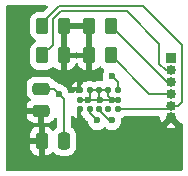
<source format=gbr>
%TF.GenerationSoftware,KiCad,Pcbnew,9.0.4*%
%TF.CreationDate,2025-11-12T18:25:33-05:00*%
%TF.ProjectId,hermes,6865726d-6573-42e6-9b69-6361645f7063,rev?*%
%TF.SameCoordinates,Original*%
%TF.FileFunction,Copper,L1,Top*%
%TF.FilePolarity,Positive*%
%FSLAX46Y46*%
G04 Gerber Fmt 4.6, Leading zero omitted, Abs format (unit mm)*
G04 Created by KiCad (PCBNEW 9.0.4) date 2025-11-12 18:25:33*
%MOMM*%
%LPD*%
G01*
G04 APERTURE LIST*
G04 Aperture macros list*
%AMRoundRect*
0 Rectangle with rounded corners*
0 $1 Rounding radius*
0 $2 $3 $4 $5 $6 $7 $8 $9 X,Y pos of 4 corners*
0 Add a 4 corners polygon primitive as box body*
4,1,4,$2,$3,$4,$5,$6,$7,$8,$9,$2,$3,0*
0 Add four circle primitives for the rounded corners*
1,1,$1+$1,$2,$3*
1,1,$1+$1,$4,$5*
1,1,$1+$1,$6,$7*
1,1,$1+$1,$8,$9*
0 Add four rect primitives between the rounded corners*
20,1,$1+$1,$2,$3,$4,$5,0*
20,1,$1+$1,$4,$5,$6,$7,0*
20,1,$1+$1,$6,$7,$8,$9,0*
20,1,$1+$1,$8,$9,$2,$3,0*%
G04 Aperture macros list end*
%TA.AperFunction,SMDPad,CuDef*%
%ADD10RoundRect,0.250000X0.262500X0.450000X-0.262500X0.450000X-0.262500X-0.450000X0.262500X-0.450000X0*%
%TD*%
%TA.AperFunction,SMDPad,CuDef*%
%ADD11RoundRect,0.250000X-0.262500X-0.450000X0.262500X-0.450000X0.262500X0.450000X-0.262500X0.450000X0*%
%TD*%
%TA.AperFunction,ComponentPad*%
%ADD12R,0.850000X0.850000*%
%TD*%
%TA.AperFunction,ComponentPad*%
%ADD13C,0.850000*%
%TD*%
%TA.AperFunction,SMDPad,CuDef*%
%ADD14RoundRect,0.250000X0.475000X-0.250000X0.475000X0.250000X-0.475000X0.250000X-0.475000X-0.250000X0*%
%TD*%
%TA.AperFunction,SMDPad,CuDef*%
%ADD15RoundRect,0.250000X-0.250000X-0.475000X0.250000X-0.475000X0.250000X0.475000X-0.250000X0.475000X0*%
%TD*%
%TA.AperFunction,SMDPad,CuDef*%
%ADD16RoundRect,0.062500X-0.127500X-0.062500X0.127500X-0.062500X0.127500X0.062500X-0.127500X0.062500X0*%
%TD*%
%TA.AperFunction,SMDPad,CuDef*%
%ADD17RoundRect,0.125000X-0.125000X-0.125000X0.125000X-0.125000X0.125000X0.125000X-0.125000X0.125000X0*%
%TD*%
%TA.AperFunction,ViaPad*%
%ADD18C,0.600000*%
%TD*%
%TA.AperFunction,Conductor*%
%ADD19C,0.200000*%
%TD*%
G04 APERTURE END LIST*
D10*
%TO.P,R8,1*%
%TO.N,+3V3*%
X167912500Y-107250000D03*
%TO.P,R8,2*%
%TO.N,TOF_INT*%
X166087500Y-107250000D03*
%TD*%
%TO.P,R7,1*%
%TO.N,+3V3*%
X167912500Y-109750000D03*
%TO.P,R7,2*%
%TO.N,XSHUT*%
X166087500Y-109750000D03*
%TD*%
D11*
%TO.P,R4,1*%
%TO.N,+3V3*%
X170087500Y-107250000D03*
%TO.P,R4,2*%
%TO.N,SCL*%
X171912500Y-107250000D03*
%TD*%
%TO.P,R3,1*%
%TO.N,+3V3*%
X170087500Y-109750000D03*
%TO.P,R3,2*%
%TO.N,SDA*%
X171912500Y-109750000D03*
%TD*%
D12*
%TO.P,J2,1,Pin_1*%
%TO.N,GND*%
X177000000Y-110000000D03*
D13*
%TO.P,J2,2,Pin_2*%
%TO.N,XSHUT*%
X177000000Y-111000000D03*
%TO.P,J2,3,Pin_3*%
%TO.N,SCL*%
X177000000Y-112000000D03*
%TO.P,J2,4,Pin_4*%
%TO.N,SDA*%
X177000000Y-113000000D03*
%TO.P,J2,5,Pin_5*%
%TO.N,TOF_INT*%
X177000000Y-114000000D03*
%TO.P,J2,6,Pin_6*%
%TO.N,+3V3*%
X177000000Y-115000000D03*
%TD*%
D14*
%TO.P,C4,1*%
%TO.N,+3V3*%
X166000000Y-114450000D03*
%TO.P,C4,2*%
%TO.N,GND*%
X166000000Y-112550000D03*
%TD*%
D15*
%TO.P,C3,1*%
%TO.N,+3V3*%
X166050000Y-117000000D03*
%TO.P,C3,2*%
%TO.N,GND*%
X167950000Y-117000000D03*
%TD*%
D16*
%TO.P,U3,1,AVDDVCSEL*%
%TO.N,+3V3*%
X169160000Y-112825000D03*
D17*
X169300000Y-112700000D03*
%TO.P,U3,2,AVSSVCSEL*%
%TO.N,GND*%
X170100000Y-112700000D03*
%TO.P,U3,3,GND*%
X170900000Y-112700000D03*
%TO.P,U3,4,GND*%
X171700000Y-112700000D03*
%TO.P,U3,5,XSHUT*%
%TO.N,XSHUT*%
X172500000Y-112700000D03*
%TO.P,U3,6,GND*%
%TO.N,GND*%
X172500000Y-113500000D03*
%TO.P,U3,7,GPIO1*%
%TO.N,TOF_INT*%
X172500000Y-114300000D03*
%TO.P,U3,8,DNC*%
%TO.N,unconnected-(U3-DNC-Pad8)*%
X171700000Y-114300000D03*
%TO.P,U3,9,SDA*%
%TO.N,SDA*%
X170900000Y-114300000D03*
%TO.P,U3,10,SCL*%
%TO.N,SCL*%
X170100000Y-114300000D03*
%TO.P,U3,11,AVDD*%
%TO.N,+3V3*%
X169300000Y-114300000D03*
%TO.P,U3,12,GND*%
%TO.N,GND*%
X169300000Y-113500000D03*
%TD*%
D18*
%TO.N,SCL*%
X170750000Y-115250000D03*
%TO.N,SDA*%
X172000000Y-115250000D03*
%TO.N,XSHUT*%
X172000000Y-111500000D03*
%TO.N,GND*%
X167500000Y-113000000D03*
X172000000Y-113500000D03*
X171000000Y-113500000D03*
X170000000Y-113500000D03*
%TD*%
D19*
%TO.N,SCL*%
X170100000Y-114300000D02*
X170100000Y-114600000D01*
X170100000Y-114600000D02*
X170750000Y-115250000D01*
%TO.N,SDA*%
X170900000Y-114300000D02*
X170900000Y-114400000D01*
X170900000Y-114400000D02*
X171750000Y-115250000D01*
X171750000Y-115250000D02*
X172000000Y-115250000D01*
%TO.N,XSHUT*%
X172500000Y-112000000D02*
X172000000Y-111500000D01*
X172500000Y-112700000D02*
X172500000Y-112000000D01*
%TO.N,SDA*%
X177000000Y-113000000D02*
X175162500Y-113000000D01*
X175162500Y-113000000D02*
X171912500Y-109750000D01*
%TO.N,SCL*%
X171912500Y-107250000D02*
X176662500Y-112000000D01*
X176662500Y-112000000D02*
X177000000Y-112000000D01*
%TO.N,XSHUT*%
X166087500Y-109750000D02*
X167000000Y-108837500D01*
X176000000Y-108754000D02*
X176000000Y-110452000D01*
X173248000Y-106002000D02*
X176000000Y-108754000D01*
X167000000Y-108837500D02*
X167000000Y-106654600D01*
X167000000Y-106654600D02*
X167652600Y-106002000D01*
X167652600Y-106002000D02*
X173248000Y-106002000D01*
X176000000Y-110452000D02*
X176548000Y-111000000D01*
X176548000Y-111000000D02*
X177000000Y-111000000D01*
%TO.N,TOF_INT*%
X166087500Y-107250000D02*
X166087500Y-107000000D01*
X166087500Y-107000000D02*
X167486500Y-105601000D01*
X177899000Y-108899000D02*
X177899000Y-113702040D01*
X177899000Y-113702040D02*
X177601040Y-114000000D01*
X167486500Y-105601000D02*
X174601000Y-105601000D01*
X174601000Y-105601000D02*
X177899000Y-108899000D01*
X177601040Y-114000000D02*
X177000000Y-114000000D01*
%TO.N,GND*%
X167950000Y-117000000D02*
X167950000Y-113450000D01*
X167950000Y-113450000D02*
X167500000Y-113000000D01*
X167050000Y-112550000D02*
X167500000Y-113000000D01*
X166000000Y-112550000D02*
X167050000Y-112550000D01*
X171700000Y-112700000D02*
X170100000Y-112700000D01*
X171700000Y-112700000D02*
X171700000Y-113200000D01*
X171700000Y-113200000D02*
X172000000Y-113500000D01*
X170900000Y-112700000D02*
X170900000Y-113400000D01*
X170900000Y-113400000D02*
X171000000Y-113500000D01*
X170100000Y-112700000D02*
X170100000Y-113400000D01*
X170100000Y-113400000D02*
X170000000Y-113500000D01*
X169300000Y-113500000D02*
X172500000Y-113500000D01*
%TO.N,+3V3*%
X167912500Y-109500000D02*
X168232500Y-109500000D01*
X166050000Y-114500000D02*
X166000000Y-114450000D01*
%TO.N,TOF_INT*%
X176700000Y-114300000D02*
X172500000Y-114300000D01*
X177000000Y-114000000D02*
X176700000Y-114300000D01*
%TD*%
%TA.AperFunction,Conductor*%
%TO.N,+3V3*%
G36*
X166505441Y-105520185D02*
G01*
X166551196Y-105572989D01*
X166561140Y-105642147D01*
X166532115Y-105705703D01*
X166526083Y-105712181D01*
X166225082Y-106013181D01*
X166163759Y-106046666D01*
X166137401Y-106049500D01*
X165774998Y-106049500D01*
X165774980Y-106049501D01*
X165672203Y-106060000D01*
X165672200Y-106060001D01*
X165505668Y-106115185D01*
X165505663Y-106115187D01*
X165356342Y-106207289D01*
X165232289Y-106331342D01*
X165140187Y-106480663D01*
X165140186Y-106480666D01*
X165085001Y-106647203D01*
X165085001Y-106647204D01*
X165085000Y-106647204D01*
X165074500Y-106749983D01*
X165074500Y-107750001D01*
X165074501Y-107750019D01*
X165085000Y-107852796D01*
X165085001Y-107852799D01*
X165125045Y-107973641D01*
X165140186Y-108019334D01*
X165232288Y-108168656D01*
X165356344Y-108292712D01*
X165505666Y-108384814D01*
X165505667Y-108384814D01*
X165505670Y-108384816D01*
X165511677Y-108387617D01*
X165564117Y-108433788D01*
X165583271Y-108500981D01*
X165563057Y-108567862D01*
X165511677Y-108612383D01*
X165505670Y-108615183D01*
X165356342Y-108707289D01*
X165232289Y-108831342D01*
X165140187Y-108980663D01*
X165140185Y-108980668D01*
X165117179Y-109050095D01*
X165085001Y-109147203D01*
X165085001Y-109147204D01*
X165085000Y-109147204D01*
X165074500Y-109249983D01*
X165074500Y-110250001D01*
X165074501Y-110250019D01*
X165085000Y-110352796D01*
X165085001Y-110352799D01*
X165117179Y-110449903D01*
X165140186Y-110519334D01*
X165232288Y-110668656D01*
X165356344Y-110792712D01*
X165505666Y-110884814D01*
X165672203Y-110939999D01*
X165774991Y-110950500D01*
X166400008Y-110950499D01*
X166400016Y-110950498D01*
X166400019Y-110950498D01*
X166456302Y-110944748D01*
X166502797Y-110939999D01*
X166669334Y-110884814D01*
X166818656Y-110792712D01*
X166912675Y-110698692D01*
X166973994Y-110665210D01*
X167043686Y-110670194D01*
X167088034Y-110698695D01*
X167181654Y-110792315D01*
X167330875Y-110884356D01*
X167330880Y-110884358D01*
X167497302Y-110939505D01*
X167497309Y-110939506D01*
X167600019Y-110949999D01*
X168162500Y-110949999D01*
X168224972Y-110949999D01*
X168224986Y-110949998D01*
X168327697Y-110939505D01*
X168494119Y-110884358D01*
X168494124Y-110884356D01*
X168643345Y-110792315D01*
X168767315Y-110668345D01*
X168859356Y-110519124D01*
X168859360Y-110519115D01*
X168882293Y-110449906D01*
X168922064Y-110392460D01*
X168986580Y-110365636D01*
X169055356Y-110377950D01*
X169106556Y-110425492D01*
X169117705Y-110449903D01*
X169140642Y-110519121D01*
X169140643Y-110519124D01*
X169232684Y-110668345D01*
X169356654Y-110792315D01*
X169505875Y-110884356D01*
X169505880Y-110884358D01*
X169672302Y-110939505D01*
X169672309Y-110939506D01*
X169775019Y-110949999D01*
X169837499Y-110949998D01*
X169837500Y-110949998D01*
X169837500Y-110000000D01*
X169064459Y-110000000D01*
X169026356Y-110020805D01*
X168956664Y-110015819D01*
X168932050Y-110000000D01*
X168162500Y-110000000D01*
X168162500Y-110949999D01*
X167600019Y-110949999D01*
X167662499Y-110949998D01*
X167662500Y-110949998D01*
X167662500Y-109500000D01*
X168162500Y-109500000D01*
X168935540Y-109500000D01*
X168973638Y-109479195D01*
X169043330Y-109484178D01*
X169067950Y-109500000D01*
X169837500Y-109500000D01*
X169837500Y-107500000D01*
X169064459Y-107500000D01*
X169026356Y-107520805D01*
X168956664Y-107515819D01*
X168932050Y-107500000D01*
X168162500Y-107500000D01*
X168162500Y-109500000D01*
X167662500Y-109500000D01*
X167662500Y-107374000D01*
X167682185Y-107306961D01*
X167734989Y-107261206D01*
X167786500Y-107250000D01*
X167912500Y-107250000D01*
X167912500Y-107124000D01*
X167932185Y-107056961D01*
X167984989Y-107011206D01*
X168036500Y-107000000D01*
X168935540Y-107000000D01*
X168973638Y-106979195D01*
X169043330Y-106984178D01*
X169067950Y-107000000D01*
X169963500Y-107000000D01*
X170030539Y-107019685D01*
X170076294Y-107072489D01*
X170087500Y-107124000D01*
X170087500Y-107250000D01*
X170213500Y-107250000D01*
X170280539Y-107269685D01*
X170326294Y-107322489D01*
X170337500Y-107374000D01*
X170337500Y-110949999D01*
X170399972Y-110949999D01*
X170399986Y-110949998D01*
X170502697Y-110939505D01*
X170669119Y-110884358D01*
X170669124Y-110884356D01*
X170818342Y-110792317D01*
X170911964Y-110698695D01*
X170973287Y-110665210D01*
X171042979Y-110670194D01*
X171087327Y-110698695D01*
X171181344Y-110792712D01*
X171304520Y-110868687D01*
X171351244Y-110920635D01*
X171362467Y-110989598D01*
X171342526Y-111043116D01*
X171290608Y-111120816D01*
X171290602Y-111120827D01*
X171230264Y-111266498D01*
X171230261Y-111266510D01*
X171199500Y-111421153D01*
X171199500Y-111578846D01*
X171230261Y-111733489D01*
X171230264Y-111733501D01*
X171250101Y-111781392D01*
X171257570Y-111850862D01*
X171226294Y-111913341D01*
X171166205Y-111948992D01*
X171125814Y-111952462D01*
X171088165Y-111949500D01*
X170711849Y-111949500D01*
X170711824Y-111949501D01*
X170676375Y-111952290D01*
X170534594Y-111993481D01*
X170465406Y-111993481D01*
X170351786Y-111960472D01*
X170323627Y-111952291D01*
X170323625Y-111952290D01*
X170323620Y-111952290D01*
X170288163Y-111949500D01*
X169911849Y-111949500D01*
X169911824Y-111949501D01*
X169876376Y-111952290D01*
X169850692Y-111959751D01*
X169733696Y-111993741D01*
X169664508Y-111993741D01*
X169550000Y-111960472D01*
X169550000Y-112064047D01*
X169530315Y-112131086D01*
X169513681Y-112151728D01*
X169476834Y-112188574D01*
X169476827Y-112188583D01*
X169396382Y-112324609D01*
X169396380Y-112324614D01*
X169352292Y-112476366D01*
X169352290Y-112476379D01*
X169349500Y-112511829D01*
X169349500Y-112625500D01*
X169329815Y-112692539D01*
X169277011Y-112738294D01*
X169225501Y-112749500D01*
X169111848Y-112749500D01*
X169111824Y-112749501D01*
X169076372Y-112752291D01*
X168924614Y-112796380D01*
X168924609Y-112796382D01*
X168788583Y-112876827D01*
X168788574Y-112876834D01*
X168751730Y-112913680D01*
X168690408Y-112947166D01*
X168664048Y-112950000D01*
X168449793Y-112950000D01*
X168443921Y-112953724D01*
X168374053Y-112953306D01*
X168315502Y-112915180D01*
X168288083Y-112858731D01*
X168269738Y-112766510D01*
X168269737Y-112766503D01*
X168258053Y-112738294D01*
X168209397Y-112620827D01*
X168209390Y-112620814D01*
X168157927Y-112543795D01*
X168121789Y-112489710D01*
X168082079Y-112450000D01*
X168560473Y-112450000D01*
X169050000Y-112450000D01*
X169050000Y-111960472D01*
X168924812Y-111996843D01*
X168924811Y-111996844D01*
X168788891Y-112077226D01*
X168788883Y-112077232D01*
X168677232Y-112188883D01*
X168677226Y-112188891D01*
X168596844Y-112324811D01*
X168596843Y-112324812D01*
X168560473Y-112450000D01*
X168082079Y-112450000D01*
X168010292Y-112378213D01*
X168010288Y-112378210D01*
X167879185Y-112290609D01*
X167879172Y-112290602D01*
X167733501Y-112230264D01*
X167733491Y-112230261D01*
X167578151Y-112199362D01*
X167516241Y-112166977D01*
X167514662Y-112165426D01*
X167418717Y-112069481D01*
X167418716Y-112069480D01*
X167331904Y-112019360D01*
X167281785Y-111990423D01*
X167184181Y-111964269D01*
X167178101Y-111961935D01*
X167155298Y-111944521D01*
X167130795Y-111929585D01*
X167124108Y-111920701D01*
X167122572Y-111919528D01*
X167121966Y-111917855D01*
X167117011Y-111911272D01*
X167097216Y-111879179D01*
X167067712Y-111831344D01*
X166943656Y-111707288D01*
X166794334Y-111615186D01*
X166627797Y-111560001D01*
X166627795Y-111560000D01*
X166525010Y-111549500D01*
X165474998Y-111549500D01*
X165474980Y-111549501D01*
X165372203Y-111560000D01*
X165372200Y-111560001D01*
X165205668Y-111615185D01*
X165205663Y-111615187D01*
X165056342Y-111707289D01*
X164932289Y-111831342D01*
X164840187Y-111980663D01*
X164840185Y-111980668D01*
X164835853Y-111993741D01*
X164785001Y-112147203D01*
X164785001Y-112147204D01*
X164785000Y-112147204D01*
X164774500Y-112249983D01*
X164774500Y-112850001D01*
X164774501Y-112850019D01*
X164785000Y-112952796D01*
X164785001Y-112952799D01*
X164825624Y-113075390D01*
X164840186Y-113119334D01*
X164932288Y-113268656D01*
X165056344Y-113392712D01*
X165059628Y-113394737D01*
X165059653Y-113394753D01*
X165061445Y-113396746D01*
X165062011Y-113397193D01*
X165061934Y-113397289D01*
X165106379Y-113446699D01*
X165117603Y-113515661D01*
X165089761Y-113579744D01*
X165059665Y-113605826D01*
X165056660Y-113607679D01*
X165056655Y-113607683D01*
X164932684Y-113731654D01*
X164840643Y-113880875D01*
X164840641Y-113880880D01*
X164785494Y-114047302D01*
X164785493Y-114047309D01*
X164775000Y-114150013D01*
X164775000Y-114200000D01*
X165876000Y-114200000D01*
X165943039Y-114219685D01*
X165988794Y-114272489D01*
X166000000Y-114324000D01*
X166000000Y-114450000D01*
X166126000Y-114450000D01*
X166193039Y-114469685D01*
X166238794Y-114522489D01*
X166250000Y-114574000D01*
X166250000Y-115449999D01*
X166524972Y-115449999D01*
X166524986Y-115449998D01*
X166627697Y-115439505D01*
X166794119Y-115384358D01*
X166794124Y-115384356D01*
X166943345Y-115292315D01*
X167067317Y-115168343D01*
X167119961Y-115082994D01*
X167171909Y-115036269D01*
X167240871Y-115025046D01*
X167304954Y-115052890D01*
X167343810Y-115110958D01*
X167349500Y-115148090D01*
X167349500Y-115790201D01*
X167329815Y-115857240D01*
X167290598Y-115895739D01*
X167231344Y-115932287D01*
X167107288Y-116056343D01*
X167107283Y-116056349D01*
X167105241Y-116059661D01*
X167103247Y-116061453D01*
X167102807Y-116062011D01*
X167102711Y-116061935D01*
X167053291Y-116106383D01*
X166984328Y-116117602D01*
X166920247Y-116089755D01*
X166894168Y-116059656D01*
X166892319Y-116056659D01*
X166892316Y-116056655D01*
X166768345Y-115932684D01*
X166619124Y-115840643D01*
X166619119Y-115840641D01*
X166452697Y-115785494D01*
X166452690Y-115785493D01*
X166349986Y-115775000D01*
X166300000Y-115775000D01*
X166300000Y-118224999D01*
X166349972Y-118224999D01*
X166349986Y-118224998D01*
X166452697Y-118214505D01*
X166619119Y-118159358D01*
X166619124Y-118159356D01*
X166768345Y-118067315D01*
X166892318Y-117943342D01*
X166894165Y-117940348D01*
X166895969Y-117938724D01*
X166896798Y-117937677D01*
X166896976Y-117937818D01*
X166946110Y-117893621D01*
X167015073Y-117882396D01*
X167079156Y-117910236D01*
X167105243Y-117940341D01*
X167107288Y-117943656D01*
X167231344Y-118067712D01*
X167380666Y-118159814D01*
X167547203Y-118214999D01*
X167649991Y-118225500D01*
X168250008Y-118225499D01*
X168250016Y-118225498D01*
X168250019Y-118225498D01*
X168306302Y-118219748D01*
X168352797Y-118214999D01*
X168519334Y-118159814D01*
X168668656Y-118067712D01*
X168792712Y-117943656D01*
X168884814Y-117794334D01*
X168939999Y-117627797D01*
X168950500Y-117525009D01*
X168950499Y-116474992D01*
X168939999Y-116372203D01*
X168884814Y-116205666D01*
X168792712Y-116056344D01*
X168668656Y-115932288D01*
X168668655Y-115932287D01*
X168609402Y-115895739D01*
X168562678Y-115843791D01*
X168550500Y-115790201D01*
X168550500Y-114983746D01*
X168570185Y-114916707D01*
X168622989Y-114870952D01*
X168692147Y-114861008D01*
X168755703Y-114890033D01*
X168762181Y-114896065D01*
X168788883Y-114922767D01*
X168788891Y-114922773D01*
X168924808Y-115003154D01*
X168924814Y-115003156D01*
X169049999Y-115039525D01*
X169050000Y-115039525D01*
X169050000Y-114374499D01*
X169052550Y-114365813D01*
X169051262Y-114356852D01*
X169062240Y-114332811D01*
X169069685Y-114307460D01*
X169076525Y-114301532D01*
X169080287Y-114293296D01*
X169102521Y-114279006D01*
X169122489Y-114261705D01*
X169133003Y-114259417D01*
X169139065Y-114255522D01*
X169173994Y-114250499D01*
X169225501Y-114250499D01*
X169292539Y-114270184D01*
X169338294Y-114322988D01*
X169349500Y-114374498D01*
X169349500Y-114488150D01*
X169349501Y-114488176D01*
X169352291Y-114523627D01*
X169396380Y-114675385D01*
X169396382Y-114675390D01*
X169476827Y-114811416D01*
X169476834Y-114811425D01*
X169513680Y-114848270D01*
X169547166Y-114909592D01*
X169550000Y-114935952D01*
X169550000Y-115039526D01*
X169588285Y-115028403D01*
X169601577Y-115028440D01*
X169614033Y-115023795D01*
X169635839Y-115028538D01*
X169658155Y-115028602D01*
X169670838Y-115036151D01*
X169682306Y-115038646D01*
X169710552Y-115059791D01*
X169710558Y-115059794D01*
X169731284Y-115080520D01*
X169731286Y-115080521D01*
X169738355Y-115087590D01*
X169915425Y-115264660D01*
X169948910Y-115325983D01*
X169949361Y-115328149D01*
X169980261Y-115483491D01*
X169980264Y-115483501D01*
X170040602Y-115629172D01*
X170040609Y-115629185D01*
X170128210Y-115760288D01*
X170128213Y-115760292D01*
X170239707Y-115871786D01*
X170239711Y-115871789D01*
X170370814Y-115959390D01*
X170370827Y-115959397D01*
X170516498Y-116019735D01*
X170516503Y-116019737D01*
X170671153Y-116050499D01*
X170671156Y-116050500D01*
X170671158Y-116050500D01*
X170828844Y-116050500D01*
X170828845Y-116050499D01*
X170983497Y-116019737D01*
X171129179Y-115959394D01*
X171260289Y-115871789D01*
X171272669Y-115859409D01*
X171287319Y-115844760D01*
X171348642Y-115811275D01*
X171418334Y-115816259D01*
X171462681Y-115844760D01*
X171489707Y-115871786D01*
X171489711Y-115871789D01*
X171620814Y-115959390D01*
X171620827Y-115959397D01*
X171766498Y-116019735D01*
X171766503Y-116019737D01*
X171921153Y-116050499D01*
X171921156Y-116050500D01*
X171921158Y-116050500D01*
X172078844Y-116050500D01*
X172078845Y-116050499D01*
X172233497Y-116019737D01*
X172379179Y-115959394D01*
X172510289Y-115871789D01*
X172573578Y-115808500D01*
X176545050Y-115808500D01*
X176561849Y-115819725D01*
X176561855Y-115819728D01*
X176730182Y-115889451D01*
X176730194Y-115889454D01*
X176908890Y-115924999D01*
X176908894Y-115925000D01*
X177091106Y-115925000D01*
X177091109Y-115924999D01*
X177269805Y-115889454D01*
X177269813Y-115889452D01*
X177438151Y-115819724D01*
X177438154Y-115819723D01*
X177454947Y-115808500D01*
X177454948Y-115808500D01*
X177000001Y-115353553D01*
X177000000Y-115353553D01*
X176545050Y-115808500D01*
X172573578Y-115808500D01*
X172621789Y-115760289D01*
X172641961Y-115730099D01*
X172666485Y-115693398D01*
X172709390Y-115629185D01*
X172709390Y-115629184D01*
X172709394Y-115629179D01*
X172769737Y-115483497D01*
X172800500Y-115328842D01*
X172800500Y-115171158D01*
X172799940Y-115168345D01*
X172795273Y-115144881D01*
X172801500Y-115075289D01*
X172844362Y-115020111D01*
X172854781Y-115013364D01*
X172867823Y-115005816D01*
X172875390Y-115003618D01*
X173011420Y-114923170D01*
X173012499Y-114922090D01*
X173020992Y-114917176D01*
X173047110Y-114910811D01*
X173072142Y-114900985D01*
X173083101Y-114900500D01*
X175951000Y-114900500D01*
X176018039Y-114920185D01*
X176063794Y-114972989D01*
X176075000Y-115024500D01*
X176075000Y-115091109D01*
X176110545Y-115269805D01*
X176110548Y-115269817D01*
X176180271Y-115438145D01*
X176191498Y-115454947D01*
X176705254Y-114941191D01*
X176712221Y-114937386D01*
X176716866Y-114930946D01*
X176742451Y-114920879D01*
X176766577Y-114907706D01*
X176767635Y-114907696D01*
X176750000Y-114950272D01*
X176750000Y-115049728D01*
X176788060Y-115141614D01*
X176858386Y-115211940D01*
X176950272Y-115250000D01*
X177049728Y-115250000D01*
X177141614Y-115211940D01*
X177211940Y-115141614D01*
X177250000Y-115049728D01*
X177250000Y-114950272D01*
X177234079Y-114911837D01*
X177252463Y-114913482D01*
X177294745Y-114941191D01*
X177808500Y-115454948D01*
X177863350Y-115449548D01*
X177931995Y-115462569D01*
X177982704Y-115510635D01*
X177999500Y-115572951D01*
X177999500Y-119375500D01*
X177979815Y-119442539D01*
X177927011Y-119488294D01*
X177875500Y-119499500D01*
X163124500Y-119499500D01*
X163057461Y-119479815D01*
X163011706Y-119427011D01*
X163000500Y-119375500D01*
X163000500Y-117524986D01*
X165050001Y-117524986D01*
X165060494Y-117627697D01*
X165115641Y-117794119D01*
X165115643Y-117794124D01*
X165207684Y-117943345D01*
X165331654Y-118067315D01*
X165480875Y-118159356D01*
X165480880Y-118159358D01*
X165647302Y-118214505D01*
X165647309Y-118214506D01*
X165750019Y-118224999D01*
X165799999Y-118224998D01*
X165800000Y-118224998D01*
X165800000Y-117250000D01*
X165050001Y-117250000D01*
X165050001Y-117524986D01*
X163000500Y-117524986D01*
X163000500Y-116475013D01*
X165050000Y-116475013D01*
X165050000Y-116750000D01*
X165800000Y-116750000D01*
X165800000Y-115775000D01*
X165799999Y-115774999D01*
X165750029Y-115775000D01*
X165750011Y-115775001D01*
X165647302Y-115785494D01*
X165480880Y-115840641D01*
X165480875Y-115840643D01*
X165331654Y-115932684D01*
X165207684Y-116056654D01*
X165115643Y-116205875D01*
X165115641Y-116205880D01*
X165060494Y-116372302D01*
X165060493Y-116372309D01*
X165050000Y-116475013D01*
X163000500Y-116475013D01*
X163000500Y-114749986D01*
X164775001Y-114749986D01*
X164785494Y-114852697D01*
X164840641Y-115019119D01*
X164840643Y-115019124D01*
X164932684Y-115168345D01*
X165056654Y-115292315D01*
X165205875Y-115384356D01*
X165205880Y-115384358D01*
X165372302Y-115439505D01*
X165372309Y-115439506D01*
X165475019Y-115449999D01*
X165749999Y-115449999D01*
X165750000Y-115449998D01*
X165750000Y-114700000D01*
X164775001Y-114700000D01*
X164775001Y-114749986D01*
X163000500Y-114749986D01*
X163000500Y-105624500D01*
X163020185Y-105557461D01*
X163072989Y-105511706D01*
X163124500Y-105500500D01*
X166438402Y-105500500D01*
X166505441Y-105520185D01*
G37*
%TD.AperFunction*%
%TD*%
M02*

</source>
